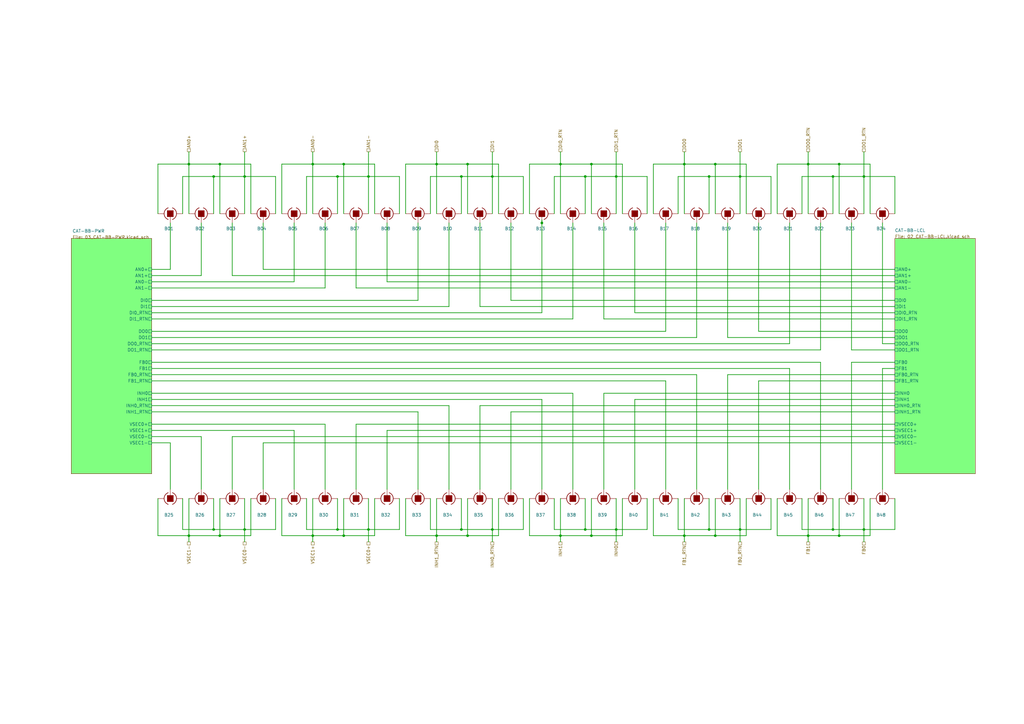
<source format=kicad_sch>
(kicad_sch (version 20211123) (generator eeschema)
  (paper "A3")
  (title_block (title "CAT-Modular Breadboard Breakout Board") (date "16.12.2021") (rev "0.1") (company "DLR e.V. Robert-Hooke Str. 7 28359 Bremen") (comment 1 "C. Strowik"))
  (lib_symbols
    (symbol "05_CAT-BB-CFG-altium-import:0_0603_TripleSolderBridge"
      (property "Value" "0_0603_TripleSolderBridge" (at 0 0 0))
      (symbol "0_0603_TripleSolderBridge_1_0"
        (arc (start -0.8687 2.3868) (mid -2.54 0) (end -0.8687 -2.3868) (stroke (width 0.254)))
        (arc (start 0.8687 -2.3868) (mid 2.54 0) (end 0.8687 2.3868) (stroke (width 0.254)))
        (rectangle (start 1.27 1.27) (end -1.27 -1.27) (fill (type outline)))
        (pin passive line (at 0 3.81 270) (length 2.54) (name "1") (number "1"))
        (pin passive line (at 5.08 0 180) (length 2.54) (name "2") (number "2"))
        (pin passive line (at -5.08 0 0) (length 2.54) (name "3") (number "3"))
      )
    )
    (symbol "05_CAT-BB-CFG-altium-import:2_0603_TripleSolderBridge"
      (property "Value" "2_0603_TripleSolderBridge" (at 0 0 0))
      (symbol "2_0603_TripleSolderBridge_1_0"
        (arc (start -0.8687 2.3868) (mid -2.54 0) (end -0.8687 -2.3868) (stroke (width 0.254)))
        (arc (start 0.8687 -2.3868) (mid 2.54 0) (end 0.8687 2.3868) (stroke (width 0.254)))
        (rectangle (start 1.27 1.27) (end -1.27 -1.27) (fill (type outline)))
        (pin passive line (at 0 -3.81 90) (length 2.54) (name "1") (number "1"))
        (pin passive line (at -5.08 0 0) (length 2.54) (name "2") (number "2"))
        (pin passive line (at 5.08 0 180) (length 2.54) (name "3") (number "3"))
      )
    )
  )
  (junction (at 290.83 217.17))
  (junction (at 87.63 217.17))
  (junction (at 341.63 72.39))
  (junction (at 100.33 217.17))
  (junction (at 189.23 72.39))
  (junction (at 90.17 219.71))
  (junction (at 138.43 217.17))
  (junction (at 191.77 67.31))
  (junction (at 229.87 67.31))
  (junction (at 242.57 219.71))
  (junction (at 331.47 67.31))
  (junction (at 240.03 72.39))
  (junction (at 90.17 67.31))
  (junction (at 179.07 219.71))
  (junction (at 344.17 67.31))
  (junction (at 151.13 217.17))
  (junction (at 201.93 72.39))
  (junction (at 293.37 67.31))
  (junction (at 331.47 219.71))
  (junction (at 140.97 67.31))
  (junction (at 201.93 217.17))
  (junction (at 100.33 72.39))
  (junction (at 229.87 219.71))
  (junction (at 354.33 217.17))
  (junction (at 87.63 72.39))
  (junction (at 240.03 217.17))
  (junction (at 303.53 72.39))
  (junction (at 293.37 219.71))
  (junction (at 341.63 217.17))
  (junction (at 77.47 219.71))
  (junction (at 252.73 217.17))
  (junction (at 280.67 67.31))
  (junction (at 189.23 217.17))
  (junction (at 77.47 67.31))
  (junction (at 252.73 72.39))
  (junction (at 354.33 72.39))
  (junction (at 151.13 72.39))
  (junction (at 191.77 219.71))
  (junction (at 128.27 67.31))
  (junction (at 222.25 91.44))
  (junction (at 179.07 67.31))
  (junction (at 242.57 67.31))
  (junction (at 140.97 219.71))
  (junction (at 128.27 219.71))
  (junction (at 344.17 219.71))
  (junction (at 290.83 72.39))
  (junction (at 138.43 72.39))
  (junction (at 280.67 219.71))
  (junction (at 303.53 217.17))
  (wire (pts (xy 222.25 90.17) (xy 222.25 91.44)) (stroke (width 0.254)))
  (wire (pts (xy 247.65 161.29) (xy 367.03 161.29)) (stroke (width 0.254)))
  (wire (pts (xy 128.27 62.23) (xy 128.27 67.31)) (stroke (width 0.254)))
  (wire (pts (xy 74.93 217.17) (xy 74.93 204.47)) (stroke (width 0.254)))
  (wire (pts (xy 356.87 67.31) (xy 356.87 87.63)) (stroke (width 0.254)))
  (wire (pts (xy 77.47 67.31) (xy 64.77 67.31)) (stroke (width 0.254)))
  (wire (pts (xy 349.25 148.59) (xy 367.03 148.59)) (stroke (width 0.254)))
  (wire (pts (xy 222.25 128.27) (xy 62.23 128.27)) (stroke (width 0.254)))
  (wire (pts (xy 62.23 113.03) (xy 82.55 113.03)) (stroke (width 0.254)))
  (wire (pts (xy 196.85 91.44) (xy 196.85 125.73)) (stroke (width 0.254)))
  (wire (pts (xy 229.87 219.71) (xy 229.87 204.47)) (stroke (width 0.254)))
  (wire (pts (xy 184.15 166.37) (xy 62.23 166.37)) (stroke (width 0.254)))
  (wire (pts (xy 184.15 200.66) (xy 184.15 166.37)) (stroke (width 0.254)))
  (wire (pts (xy 95.25 200.66) (xy 95.25 179.07)) (stroke (width 0.254)))
  (wire (pts (xy 328.93 217.17) (xy 328.93 204.47)) (stroke (width 0.254)))
  (wire (pts (xy 151.13 217.17) (xy 138.43 217.17)) (stroke (width 0.254)))
  (wire (pts (xy 128.27 219.71) (xy 140.97 219.71)) (stroke (width 0.254)))
  (wire (pts (xy 354.33 222.25) (xy 354.33 217.17)) (stroke (width 0.254)))
  (wire (pts (xy 201.93 217.17) (xy 214.63 217.17)) (stroke (width 0.254)))
  (wire (pts (xy 265.43 217.17) (xy 265.43 204.47)) (stroke (width 0.254)))
  (wire (pts (xy 115.57 67.31) (xy 115.57 87.63)) (stroke (width 0.254)))
  (wire (pts (xy 367.03 168.91) (xy 209.55 168.91)) (stroke (width 0.254)))
  (wire (pts (xy 303.53 217.17) (xy 316.23 217.17)) (stroke (width 0.254)))
  (wire (pts (xy 214.63 217.17) (xy 214.63 204.47)) (stroke (width 0.254)))
  (wire (pts (xy 102.87 219.71) (xy 102.87 204.47)) (stroke (width 0.254)))
  (wire (pts (xy 252.73 217.17) (xy 252.73 204.47)) (stroke (width 0.254)))
  (wire (pts (xy 273.05 91.44) (xy 273.05 135.89)) (stroke (width 0.254)))
  (wire (pts (xy 138.43 217.17) (xy 125.73 217.17)) (stroke (width 0.254)))
  (wire (pts (xy 209.55 168.91) (xy 209.55 200.66)) (stroke (width 0.254)))
  (wire (pts (xy 293.37 67.31) (xy 306.07 67.31)) (stroke (width 0.254)))
  (wire (pts (xy 298.45 138.43) (xy 367.03 138.43)) (stroke (width 0.254)))
  (wire (pts (xy 62.23 148.59) (xy 336.55 148.59)) (stroke (width 0.254)))
  (wire (pts (xy 229.87 219.71) (xy 217.17 219.71)) (stroke (width 0.254)))
  (wire (pts (xy 95.25 113.03) (xy 95.25 91.44)) (stroke (width 0.254)))
  (wire (pts (xy 252.73 62.23) (xy 252.73 72.39)) (stroke (width 0.254)))
  (wire (pts (xy 179.07 62.23) (xy 179.07 67.31)) (stroke (width 0.254)))
  (wire (pts (xy 285.75 138.43) (xy 62.23 138.43)) (stroke (width 0.254)))
  (wire (pts (xy 217.17 67.31) (xy 217.17 87.63)) (stroke (width 0.254)))
  (wire (pts (xy 242.57 67.31) (xy 255.27 67.31)) (stroke (width 0.254)))
  (wire (pts (xy 280.67 222.25) (xy 280.67 219.71)) (stroke (width 0.254)))
  (wire (pts (xy 138.43 72.39) (xy 125.73 72.39)) (stroke (width 0.254)))
  (wire (pts (xy 151.13 72.39) (xy 138.43 72.39)) (stroke (width 0.254)))
  (wire (pts (xy 293.37 219.71) (xy 306.07 219.71)) (stroke (width 0.254)))
  (wire (pts (xy 367.03 181.61) (xy 107.95 181.61)) (stroke (width 0.254)))
  (wire (pts (xy 158.75 91.44) (xy 158.75 115.57)) (stroke (width 0.254)))
  (wire (pts (xy 354.33 217.17) (xy 341.63 217.17)) (stroke (width 0.254)))
  (wire (pts (xy 146.05 173.99) (xy 367.03 173.99)) (stroke (width 0.254)))
  (wire (pts (xy 146.05 118.11) (xy 367.03 118.11)) (stroke (width 0.254)))
  (wire (pts (xy 100.33 72.39) (xy 113.03 72.39)) (stroke (width 0.254)))
  (wire (pts (xy 222.25 163.83) (xy 62.23 163.83)) (stroke (width 0.254)))
  (wire (pts (xy 100.33 62.23) (xy 100.33 72.39)) (stroke (width 0.254)))
  (wire (pts (xy 176.53 72.39) (xy 176.53 87.63)) (stroke (width 0.254)))
  (wire (pts (xy 77.47 219.71) (xy 64.77 219.71)) (stroke (width 0.254)))
  (wire (pts (xy 265.43 72.39) (xy 265.43 87.63)) (stroke (width 0.254)))
  (wire (pts (xy 234.95 161.29) (xy 234.95 200.66)) (stroke (width 0.254)))
  (wire (pts (xy 331.47 67.31) (xy 318.77 67.31)) (stroke (width 0.254)))
  (wire (pts (xy 229.87 67.31) (xy 217.17 67.31)) (stroke (width 0.254)))
  (wire (pts (xy 62.23 161.29) (xy 234.95 161.29)) (stroke (width 0.254)))
  (wire (pts (xy 201.93 72.39) (xy 214.63 72.39)) (stroke (width 0.254)))
  (wire (pts (xy 311.15 135.89) (xy 367.03 135.89)) (stroke (width 0.254)))
  (wire (pts (xy 62.23 143.51) (xy 336.55 143.51)) (stroke (width 0.254)))
  (wire (pts (xy 303.53 217.17) (xy 303.53 204.47)) (stroke (width 0.254)))
  (wire (pts (xy 64.77 219.71) (xy 64.77 204.47)) (stroke (width 0.254)))
  (wire (pts (xy 191.77 219.71) (xy 191.77 204.47)) (stroke (width 0.254)))
  (wire (pts (xy 341.63 217.17) (xy 341.63 204.47)) (stroke (width 0.254)))
  (wire (pts (xy 278.13 217.17) (xy 278.13 204.47)) (stroke (width 0.254)))
  (wire (pts (xy 354.33 72.39) (xy 367.03 72.39)) (stroke (width 0.254)))
  (wire (pts (xy 107.95 91.44) (xy 107.95 110.49)) (stroke (width 0.254)))
  (wire (pts (xy 62.23 179.07) (xy 82.55 179.07)) (stroke (width 0.254)))
  (wire (pts (xy 196.85 200.66) (xy 196.85 166.37)) (stroke (width 0.254)))
  (wire (pts (xy 303.53 72.39) (xy 303.53 87.63)) (stroke (width 0.254)))
  (wire (pts (xy 120.65 115.57) (xy 62.23 115.57)) (stroke (width 0.254)))
  (wire (pts (xy 201.93 222.25) (xy 201.93 217.17)) (stroke (width 0.254)))
  (wire (pts (xy 367.03 217.17) (xy 367.03 204.47)) (stroke (width 0.254)))
  (wire (pts (xy 252.73 217.17) (xy 240.03 217.17)) (stroke (width 0.254)))
  (wire (pts (xy 90.17 219.71) (xy 90.17 204.47)) (stroke (width 0.254)))
  (wire (pts (xy 323.85 91.44) (xy 323.85 140.97)) (stroke (width 0.254)))
  (wire (pts (xy 298.45 200.66) (xy 298.45 153.67)) (stroke (width 0.254)))
  (wire (pts (xy 184.15 91.44) (xy 184.15 125.73)) (stroke (width 0.254)))
  (wire (pts (xy 280.67 219.71) (xy 267.97 219.71)) (stroke (width 0.254)))
  (wire (pts (xy 255.27 67.31) (xy 255.27 87.63)) (stroke (width 0.254)))
  (wire (pts (xy 234.95 130.81) (xy 62.23 130.81)) (stroke (width 0.254)))
  (wire (pts (xy 158.75 115.57) (xy 367.03 115.57)) (stroke (width 0.254)))
  (wire (pts (xy 201.93 217.17) (xy 201.93 204.47)) (stroke (width 0.254)))
  (wire (pts (xy 367.03 113.03) (xy 95.25 113.03)) (stroke (width 0.254)))
  (wire (pts (xy 128.27 219.71) (xy 128.27 204.47)) (stroke (width 0.254)))
  (wire (pts (xy 240.03 72.39) (xy 227.33 72.39)) (stroke (width 0.254)))
  (wire (pts (xy 184.15 125.73) (xy 62.23 125.73)) (stroke (width 0.254)))
  (wire (pts (xy 298.45 153.67) (xy 367.03 153.67)) (stroke (width 0.254)))
  (wire (pts (xy 280.67 62.23) (xy 280.67 67.31)) (stroke (width 0.254)))
  (wire (pts (xy 153.67 219.71) (xy 153.67 204.47)) (stroke (width 0.254)))
  (wire (pts (xy 229.87 67.31) (xy 229.87 87.63)) (stroke (width 0.254)))
  (wire (pts (xy 171.45 91.44) (xy 171.45 123.19)) (stroke (width 0.254)))
  (wire (pts (xy 62.23 110.49) (xy 69.85 110.49)) (stroke (width 0.254)))
  (wire (pts (xy 179.07 67.31) (xy 166.37 67.31)) (stroke (width 0.254)))
  (wire (pts (xy 69.85 110.49) (xy 69.85 91.44)) (stroke (width 0.254)))
  (wire (pts (xy 331.47 219.71) (xy 318.77 219.71)) (stroke (width 0.254)))
  (wire (pts (xy 151.13 217.17) (xy 163.83 217.17)) (stroke (width 0.254)))
  (wire (pts (xy 280.67 219.71) (xy 280.67 204.47)) (stroke (width 0.254)))
  (wire (pts (xy 133.35 173.99) (xy 133.35 200.66)) (stroke (width 0.254)))
  (wire (pts (xy 166.37 219.71) (xy 166.37 204.47)) (stroke (width 0.254)))
  (wire (pts (xy 252.73 72.39) (xy 252.73 87.63)) (stroke (width 0.254)))
  (wire (pts (xy 179.07 219.71) (xy 191.77 219.71)) (stroke (width 0.254)))
  (wire (pts (xy 100.33 217.17) (xy 113.03 217.17)) (stroke (width 0.254)))
  (wire (pts (xy 323.85 140.97) (xy 62.23 140.97)) (stroke (width 0.254)))
  (wire (pts (xy 303.53 62.23) (xy 303.53 72.39)) (stroke (width 0.254)))
  (wire (pts (xy 113.03 217.17) (xy 113.03 204.47)) (stroke (width 0.254)))
  (wire (pts (xy 201.93 62.23) (xy 201.93 72.39)) (stroke (width 0.254)))
  (wire (pts (xy 140.97 67.31) (xy 140.97 87.63)) (stroke (width 0.254)))
  (wire (pts (xy 354.33 62.23) (xy 354.33 72.39)) (stroke (width 0.254)))
  (wire (pts (xy 128.27 67.31) (xy 140.97 67.31)) (stroke (width 0.254)))
  (wire (pts (xy 201.93 72.39) (xy 201.93 87.63)) (stroke (width 0.254)))
  (wire (pts (xy 331.47 222.25) (xy 331.47 219.71)) (stroke (width 0.254)))
  (wire (pts (xy 69.85 200.66) (xy 69.85 181.61)) (stroke (width 0.254)))
  (wire (pts (xy 191.77 67.31) (xy 204.47 67.31)) (stroke (width 0.254)))
  (wire (pts (xy 151.13 72.39) (xy 163.83 72.39)) (stroke (width 0.254)))
  (wire (pts (xy 90.17 67.31) (xy 90.17 87.63)) (stroke (width 0.254)))
  (wire (pts (xy 361.95 91.44) (xy 361.95 140.97)) (stroke (width 0.254)))
  (wire (pts (xy 176.53 217.17) (xy 176.53 204.47)) (stroke (width 0.254)))
  (wire (pts (xy 285.75 91.44) (xy 285.75 138.43)) (stroke (width 0.254)))
  (wire (pts (xy 240.03 217.17) (xy 227.33 217.17)) (stroke (width 0.254)))
  (wire (pts (xy 273.05 156.21) (xy 62.23 156.21)) (stroke (width 0.254)))
  (wire (pts (xy 77.47 62.23) (xy 77.47 67.31)) (stroke (width 0.254)))
  (wire (pts (xy 74.93 72.39) (xy 74.93 87.63)) (stroke (width 0.254)))
  (wire (pts (xy 214.63 72.39) (xy 214.63 87.63)) (stroke (width 0.254)))
  (wire (pts (xy 331.47 219.71) (xy 344.17 219.71)) (stroke (width 0.254)))
  (wire (pts (xy 229.87 219.71) (xy 242.57 219.71)) (stroke (width 0.254)))
  (wire (pts (xy 293.37 219.71) (xy 293.37 204.47)) (stroke (width 0.254)))
  (wire (pts (xy 201.93 72.39) (xy 189.23 72.39)) (stroke (width 0.254)))
  (wire (pts (xy 298.45 91.44) (xy 298.45 138.43)) (stroke (width 0.254)))
  (wire (pts (xy 323.85 151.13) (xy 62.23 151.13)) (stroke (width 0.254)))
  (wire (pts (xy 242.57 67.31) (xy 242.57 87.63)) (stroke (width 0.254)))
  (wire (pts (xy 331.47 67.31) (xy 344.17 67.31)) (stroke (width 0.254)))
  (wire (pts (xy 242.57 219.71) (xy 255.27 219.71)) (stroke (width 0.254)))
  (wire (pts (xy 209.55 123.19) (xy 367.03 123.19)) (stroke (width 0.254)))
  (wire (pts (xy 82.55 113.03) (xy 82.55 91.44)) (stroke (width 0.254)))
  (wire (pts (xy 356.87 219.71) (xy 356.87 204.47)) (stroke (width 0.254)))
  (wire (pts (xy 171.45 123.19) (xy 62.23 123.19)) (stroke (width 0.254)))
  (wire (pts (xy 354.33 217.17) (xy 367.03 217.17)) (stroke (width 0.254)))
  (wire (pts (xy 280.67 219.71) (xy 293.37 219.71)) (stroke (width 0.254)))
  (wire (pts (xy 100.33 217.17) (xy 87.63 217.17)) (stroke (width 0.254)))
  (wire (pts (xy 189.23 217.17) (xy 189.23 204.47)) (stroke (width 0.254)))
  (wire (pts (xy 331.47 62.23) (xy 331.47 67.31)) (stroke (width 0.254)))
  (wire (pts (xy 90.17 219.71) (xy 102.87 219.71)) (stroke (width 0.254)))
  (wire (pts (xy 290.83 217.17) (xy 278.13 217.17)) (stroke (width 0.254)))
  (wire (pts (xy 64.77 67.31) (xy 64.77 87.63)) (stroke (width 0.254)))
  (wire (pts (xy 128.27 222.25) (xy 128.27 219.71)) (stroke (width 0.254)))
  (wire (pts (xy 100.33 72.39) (xy 87.63 72.39)) (stroke (width 0.254)))
  (wire (pts (xy 95.25 179.07) (xy 367.03 179.07)) (stroke (width 0.254)))
  (wire (pts (xy 303.53 222.25) (xy 303.53 217.17)) (stroke (width 0.254)))
  (wire (pts (xy 344.17 219.71) (xy 344.17 204.47)) (stroke (width 0.254)))
  (wire (pts (xy 77.47 219.71) (xy 90.17 219.71)) (stroke (width 0.254)))
  (wire (pts (xy 229.87 62.23) (xy 229.87 67.31)) (stroke (width 0.254)))
  (wire (pts (xy 273.05 200.66) (xy 273.05 156.21)) (stroke (width 0.254)))
  (wire (pts (xy 153.67 67.31) (xy 153.67 87.63)) (stroke (width 0.254)))
  (wire (pts (xy 120.65 176.53) (xy 62.23 176.53)) (stroke (width 0.254)))
  (wire (pts (xy 191.77 219.71) (xy 204.47 219.71)) (stroke (width 0.254)))
  (wire (pts (xy 361.95 200.66) (xy 361.95 151.13)) (stroke (width 0.254)))
  (wire (pts (xy 120.65 91.44) (xy 120.65 115.57)) (stroke (width 0.254)))
  (wire (pts (xy 158.75 176.53) (xy 158.75 200.66)) (stroke (width 0.254)))
  (wire (pts (xy 267.97 67.31) (xy 267.97 87.63)) (stroke (width 0.254)))
  (wire (pts (xy 336.55 143.51) (xy 336.55 91.44)) (stroke (width 0.254)))
  (wire (pts (xy 87.63 217.17) (xy 74.93 217.17)) (stroke (width 0.254)))
  (wire (pts (xy 113.03 72.39) (xy 113.03 87.63)) (stroke (width 0.254)))
  (wire (pts (xy 240.03 217.17) (xy 240.03 204.47)) (stroke (width 0.254)))
  (wire (pts (xy 361.95 151.13) (xy 367.03 151.13)) (stroke (width 0.254)))
  (wire (pts (xy 77.47 219.71) (xy 77.47 204.47)) (stroke (width 0.254)))
  (wire (pts (xy 341.63 217.17) (xy 328.93 217.17)) (stroke (width 0.254)))
  (wire (pts (xy 189.23 72.39) (xy 189.23 87.63)) (stroke (width 0.254)))
  (wire (pts (xy 290.83 217.17) (xy 290.83 204.47)) (stroke (width 0.254)))
  (wire (pts (xy 151.13 217.17) (xy 151.13 204.47)) (stroke (width 0.254)))
  (wire (pts (xy 349.25 200.66) (xy 349.25 148.59)) (stroke (width 0.254)))
  (wire (pts (xy 280.67 67.31) (xy 280.67 87.63)) (stroke (width 0.254)))
  (wire (pts (xy 252.73 72.39) (xy 265.43 72.39)) (stroke (width 0.254)))
  (wire (pts (xy 318.77 219.71) (xy 318.77 204.47)) (stroke (width 0.254)))
  (wire (pts (xy 209.55 91.44) (xy 209.55 123.19)) (stroke (width 0.254)))
  (wire (pts (xy 247.65 200.66) (xy 247.65 161.29)) (stroke (width 0.254)))
  (wire (pts (xy 115.57 219.71) (xy 115.57 204.47)) (stroke (width 0.254)))
  (wire (pts (xy 100.33 222.25) (xy 100.33 217.17)) (stroke (width 0.254)))
  (wire (pts (xy 260.35 200.66) (xy 260.35 163.83)) (stroke (width 0.254)))
  (wire (pts (xy 367.03 176.53) (xy 158.75 176.53)) (stroke (width 0.254)))
  (wire (pts (xy 107.95 110.49) (xy 367.03 110.49)) (stroke (width 0.254)))
  (wire (pts (xy 273.05 135.89) (xy 62.23 135.89)) (stroke (width 0.254)))
  (wire (pts (xy 179.07 222.25) (xy 179.07 219.71)) (stroke (width 0.254)))
  (wire (pts (xy 163.83 217.17) (xy 163.83 204.47)) (stroke (width 0.254)))
  (wire (pts (xy 354.33 72.39) (xy 354.33 87.63)) (stroke (width 0.254)))
  (wire (pts (xy 306.07 67.31) (xy 306.07 87.63)) (stroke (width 0.254)))
  (wire (pts (xy 252.73 222.25) (xy 252.73 217.17)) (stroke (width 0.254)))
  (wire (pts (xy 278.13 72.39) (xy 278.13 87.63)) (stroke (width 0.254)))
  (wire (pts (xy 260.35 91.44) (xy 260.35 128.27)) (stroke (width 0.254)))
  (wire (pts (xy 331.47 67.31) (xy 331.47 87.63)) (stroke (width 0.254)))
  (wire (pts (xy 260.35 128.27) (xy 367.03 128.27)) (stroke (width 0.254)))
  (wire (pts (xy 140.97 219.71) (xy 153.67 219.71)) (stroke (width 0.254)))
  (wire (pts (xy 146.05 200.66) (xy 146.05 173.99)) (stroke (width 0.254)))
  (wire (pts (xy 255.27 219.71) (xy 255.27 204.47)) (stroke (width 0.254)))
  (wire (pts (xy 227.33 217.17) (xy 227.33 204.47)) (stroke (width 0.254)))
  (wire (pts (xy 179.07 219.71) (xy 166.37 219.71)) (stroke (width 0.254)))
  (wire (pts (xy 69.85 181.61) (xy 62.23 181.61)) (stroke (width 0.254)))
  (wire (pts (xy 87.63 72.39) (xy 74.93 72.39)) (stroke (width 0.254)))
  (wire (pts (xy 252.73 217.17) (xy 265.43 217.17)) (stroke (width 0.254)))
  (wire (pts (xy 227.33 72.39) (xy 227.33 87.63)) (stroke (width 0.254)))
  (wire (pts (xy 341.63 72.39) (xy 341.63 87.63)) (stroke (width 0.254)))
  (wire (pts (xy 179.07 219.71) (xy 179.07 204.47)) (stroke (width 0.254)))
  (wire (pts (xy 87.63 72.39) (xy 87.63 87.63)) (stroke (width 0.254)))
  (wire (pts (xy 179.07 67.31) (xy 191.77 67.31)) (stroke (width 0.254)))
  (wire (pts (xy 189.23 217.17) (xy 176.53 217.17)) (stroke (width 0.254)))
  (wire (pts (xy 128.27 67.31) (xy 115.57 67.31)) (stroke (width 0.254)))
  (wire (pts (xy 151.13 62.23) (xy 151.13 72.39)) (stroke (width 0.254)))
  (wire (pts (xy 344.17 219.71) (xy 356.87 219.71)) (stroke (width 0.254)))
  (wire (pts (xy 204.47 219.71) (xy 204.47 204.47)) (stroke (width 0.254)))
  (wire (pts (xy 138.43 217.17) (xy 138.43 204.47)) (stroke (width 0.254)))
  (wire (pts (xy 260.35 163.83) (xy 367.03 163.83)) (stroke (width 0.254)))
  (wire (pts (xy 204.47 67.31) (xy 204.47 87.63)) (stroke (width 0.254)))
  (wire (pts (xy 102.87 67.31) (xy 102.87 87.63)) (stroke (width 0.254)))
  (wire (pts (xy 303.53 72.39) (xy 316.23 72.39)) (stroke (width 0.254)))
  (wire (pts (xy 290.83 72.39) (xy 290.83 87.63)) (stroke (width 0.254)))
  (wire (pts (xy 120.65 200.66) (xy 120.65 176.53)) (stroke (width 0.254)))
  (wire (pts (xy 293.37 67.31) (xy 293.37 87.63)) (stroke (width 0.254)))
  (wire (pts (xy 128.27 87.63) (xy 128.27 67.31)) (stroke (width 0.254)))
  (wire (pts (xy 62.23 173.99) (xy 133.35 173.99)) (stroke (width 0.254)))
  (wire (pts (xy 341.63 72.39) (xy 328.93 72.39)) (stroke (width 0.254)))
  (wire (pts (xy 247.65 91.44) (xy 247.65 130.81)) (stroke (width 0.254)))
  (wire (pts (xy 133.35 91.44) (xy 133.35 118.11)) (stroke (width 0.254)))
  (wire (pts (xy 290.83 72.39) (xy 278.13 72.39)) (stroke (width 0.254)))
  (wire (pts (xy 77.47 67.31) (xy 90.17 67.31)) (stroke (width 0.254)))
  (wire (pts (xy 267.97 219.71) (xy 267.97 204.47)) (stroke (width 0.254)))
  (wire (pts (xy 201.93 217.17) (xy 189.23 217.17)) (stroke (width 0.254)))
  (wire (pts (xy 306.07 219.71) (xy 306.07 204.47)) (stroke (width 0.254)))
  (wire (pts (xy 140.97 67.31) (xy 153.67 67.31)) (stroke (width 0.254)))
  (wire (pts (xy 222.25 200.66) (xy 222.25 163.83)) (stroke (width 0.254)))
  (wire (pts (xy 328.93 72.39) (xy 328.93 87.63)) (stroke (width 0.254)))
  (wire (pts (xy 229.87 67.31) (xy 242.57 67.31)) (stroke (width 0.254)))
  (wire (pts (xy 349.25 143.51) (xy 367.03 143.51)) (stroke (width 0.254)))
  (wire (pts (xy 107.95 181.61) (xy 107.95 200.66)) (stroke (width 0.254)))
  (wire (pts (xy 128.27 219.71) (xy 115.57 219.71)) (stroke (width 0.254)))
  (wire (pts (xy 171.45 168.91) (xy 62.23 168.91)) (stroke (width 0.254)))
  (wire (pts (xy 62.23 153.67) (xy 285.75 153.67)) (stroke (width 0.254)))
  (wire (pts (xy 316.23 217.17) (xy 316.23 204.47)) (stroke (width 0.254)))
  (wire (pts (xy 179.07 67.31) (xy 179.07 87.63)) (stroke (width 0.254)))
  (wire (pts (xy 166.37 67.31) (xy 166.37 87.63)) (stroke (width 0.254)))
  (wire (pts (xy 240.03 72.39) (xy 240.03 87.63)) (stroke (width 0.254)))
  (wire (pts (xy 336.55 148.59) (xy 336.55 200.66)) (stroke (width 0.254)))
  (wire (pts (xy 87.63 217.17) (xy 87.63 204.47)) (stroke (width 0.254)))
  (wire (pts (xy 222.25 91.44) (xy 222.25 128.27)) (stroke (width 0.254)))
  (wire (pts (xy 234.95 91.44) (xy 234.95 130.81)) (stroke (width 0.254)))
  (wire (pts (xy 189.23 72.39) (xy 176.53 72.39)) (stroke (width 0.254)))
  (wire (pts (xy 252.73 72.39) (xy 240.03 72.39)) (stroke (width 0.254)))
  (wire (pts (xy 361.95 140.97) (xy 367.03 140.97)) (stroke (width 0.254)))
  (wire (pts (xy 318.77 67.31) (xy 318.77 87.63)) (stroke (width 0.254)))
  (wire (pts (xy 354.33 217.17) (xy 354.33 204.47)) (stroke (width 0.254)))
  (wire (pts (xy 151.13 222.25) (xy 151.13 217.17)) (stroke (width 0.254)))
  (wire (pts (xy 311.15 200.66) (xy 311.15 156.21)) (stroke (width 0.254)))
  (wire (pts (xy 77.47 222.25) (xy 77.47 219.71)) (stroke (width 0.254)))
  (wire (pts (xy 125.73 217.17) (xy 125.73 204.47)) (stroke (width 0.254)))
  (wire (pts (xy 354.33 72.39) (xy 341.63 72.39)) (stroke (width 0.254)))
  (wire (pts (xy 196.85 166.37) (xy 367.03 166.37)) (stroke (width 0.254)))
  (wire (pts (xy 331.47 219.71) (xy 331.47 204.47)) (stroke (width 0.254)))
  (wire (pts (xy 280.67 67.31) (xy 293.37 67.31)) (stroke (width 0.254)))
  (wire (pts (xy 140.97 219.71) (xy 140.97 204.47)) (stroke (width 0.254)))
  (wire (pts (xy 196.85 125.73) (xy 367.03 125.73)) (stroke (width 0.254)))
  (wire (pts (xy 367.03 72.39) (xy 367.03 87.63)) (stroke (width 0.254)))
  (wire (pts (xy 311.15 91.44) (xy 311.15 135.89)) (stroke (width 0.254)))
  (wire (pts (xy 77.47 67.31) (xy 77.47 87.63)) (stroke (width 0.254)))
  (wire (pts (xy 171.45 200.66) (xy 171.45 168.91)) (stroke (width 0.254)))
  (wire (pts (xy 323.85 200.66) (xy 323.85 151.13)) (stroke (width 0.254)))
  (wire (pts (xy 191.77 67.31) (xy 191.77 87.63)) (stroke (width 0.254)))
  (wire (pts (xy 125.73 72.39) (xy 125.73 87.63)) (stroke (width 0.254)))
  (wire (pts (xy 280.67 67.31) (xy 267.97 67.31)) (stroke (width 0.254)))
  (wire (pts (xy 163.83 72.39) (xy 163.83 87.63)) (stroke (width 0.254)))
  (wire (pts (xy 151.13 72.39) (xy 151.13 87.63)) (stroke (width 0.254)))
  (wire (pts (xy 349.25 91.44) (xy 349.25 143.51)) (stroke (width 0.254)))
  (wire (pts (xy 100.33 72.39) (xy 100.33 87.63)) (stroke (width 0.254)))
  (wire (pts (xy 247.65 130.81) (xy 367.03 130.81)) (stroke (width 0.254)))
  (wire (pts (xy 242.57 219.71) (xy 242.57 204.47)) (stroke (width 0.254)))
  (wire (pts (xy 229.87 222.25) (xy 229.87 219.71)) (stroke (width 0.254)))
  (wire (pts (xy 316.23 72.39) (xy 316.23 87.63)) (stroke (width 0.254)))
  (wire (pts (xy 90.17 67.31) (xy 102.87 67.31)) (stroke (width 0.254)))
  (wire (pts (xy 217.17 219.71) (xy 217.17 204.47)) (stroke (width 0.254)))
  (wire (pts (xy 303.53 217.17) (xy 290.83 217.17)) (stroke (width 0.254)))
  (wire (pts (xy 146.05 91.44) (xy 146.05 118.11)) (stroke (width 0.254)))
  (wire (pts (xy 133.35 118.11) (xy 62.23 118.11)) (stroke (width 0.254)))
  (wire (pts (xy 285.75 153.67) (xy 285.75 200.66)) (stroke (width 0.254)))
  (wire (pts (xy 100.33 217.17) (xy 100.33 204.47)) (stroke (width 0.254)))
  (wire (pts (xy 138.43 72.39) (xy 138.43 87.63)) (stroke (width 0.254)))
  (wire (pts (xy 344.17 67.31) (xy 344.17 87.63)) (stroke (width 0.254)))
  (wire (pts (xy 344.17 67.31) (xy 356.87 67.31)) (stroke (width 0.254)))
  (wire (pts (xy 303.53 72.39) (xy 290.83 72.39)) (stroke (width 0.254)))
  (wire (pts (xy 82.55 179.07) (xy 82.55 200.66)) (stroke (width 0.254)))
  (wire (pts (xy 311.15 156.21) (xy 367.03 156.21)) (stroke (width 0.254)))
  (hierarchical_label "INH1" (shape passive) (at 229.87 222.25 270))
  (hierarchical_label "FB1" (shape passive) (at 331.47 222.25 270))
  (hierarchical_label "DI0_RTN" (shape passive) (at 229.87 62.23 90))
  (hierarchical_label "VSEC0+" (shape passive) (at 151.13 222.25 270))
  (hierarchical_label "AN1+" (shape passive) (at 100.33 62.23 90))
  (hierarchical_label "DO0" (shape passive) (at 280.67 62.23 90))
  (hierarchical_label "INH0" (shape passive) (at 252.73 222.25 270))
  (hierarchical_label "FB1_RTN" (shape passive) (at 280.67 222.25 270))
  (hierarchical_label "DO1_RTN" (shape passive) (at 354.33 62.23 90))
  (hierarchical_label "DI1" (shape passive) (at 201.93 62.23 90))
  (hierarchical_label "VSEC1+" (shape passive) (at 128.27 222.25 270))
  (hierarchical_label "INH0_RTN" (shape passive) (at 201.93 222.25 270))
  (hierarchical_label "DO0_RTN" (shape passive) (at 331.47 62.23 90))
  (hierarchical_label "FB0" (shape passive) (at 354.33 222.25 270))
  (hierarchical_label "AN1-" (shape passive) (at 151.13 62.23 90))
  (hierarchical_label "AN0-" (shape passive) (at 128.27 62.23 90))
  (hierarchical_label "VSEC1-" (shape passive) (at 77.47 222.25 270))
  (hierarchical_label "VSEC0-" (shape passive) (at 100.33 222.25 270))
  (hierarchical_label "DI1_RTN" (shape passive) (at 252.73 62.23 90))
  (hierarchical_label "DO1" (shape passive) (at 303.53 62.23 90))
  (hierarchical_label "DI0" (shape passive) (at 179.07 62.23 90))
  (hierarchical_label "INH1_RTN" (shape passive) (at 179.07 222.25 270))
  (hierarchical_label "FB0_RTN" (shape passive) (at 303.53 222.25 270))
  (hierarchical_label "AN0+" (shape passive) (at 77.47 62.23 90))
  (symbol (lib_id "05_CAT-BB-CFG-altium-import:0_0603_TripleSolderBridge") (at 82.55 204.47 0) (unit 1)
    (property "Reference" "B26" (at 80.01 211.9369 0) (effects (justify left bottom)))
    (property "Value" "0603_TripleSolderBridge" (effects hide))
    (property "Footprint" "footprints:0603_TripleSolderBridge" (effects hide))
  )
  (symbol (lib_id "05_CAT-BB-CFG-altium-import:2_0603_TripleSolderBridge") (at 222.25 87.63 0) (unit 1)
    (property "Reference" "B13" (at 219.71 94.488 0) (effects (justify left bottom)))
    (property "Value" "0603_TripleSolderBridge" (effects hide))
    (property "Footprint" "footprints:0603_TripleSolderBridge" (effects hide))
  )
  (symbol (lib_id "05_CAT-BB-CFG-altium-import:0_0603_TripleSolderBridge") (at 158.75 204.47 0) (unit 1)
    (property "Reference" "B32" (at 156.21 211.9369 0) (effects (justify left bottom)))
    (property "Value" "0603_TripleSolderBridge" (effects hide))
    (property "Footprint" "footprints:0603_TripleSolderBridge" (effects hide))
  )
  (symbol (lib_id "05_CAT-BB-CFG-altium-import:2_0603_TripleSolderBridge") (at 285.75 87.63 0) (unit 1)
    (property "Reference" "B18" (at 283.21 94.488 0) (effects (justify left bottom)))
    (property "Value" "0603_TripleSolderBridge" (effects hide))
    (property "Footprint" "footprints:0603_TripleSolderBridge" (effects hide))
  )
  (symbol (lib_id "05_CAT-BB-CFG-altium-import:2_0603_TripleSolderBridge") (at 158.75 87.63 0) (unit 1)
    (property "Reference" "B08" (at 156.21 94.488 0) (effects (justify left bottom)))
    (property "Value" "0603_TripleSolderBridge" (effects hide))
    (property "Footprint" "footprints:0603_TripleSolderBridge" (effects hide))
  )
  (symbol (lib_id "05_CAT-BB-CFG-altium-import:2_0603_TripleSolderBridge") (at 146.05 87.63 0) (unit 1)
    (property "Reference" "B07" (at 143.51 94.488 0) (effects (justify left bottom)))
    (property "Value" "0603_TripleSolderBridge" (effects hide))
    (property "Footprint" "footprints:0603_TripleSolderBridge" (effects hide))
  )
  (symbol (lib_id "05_CAT-BB-CFG-altium-import:2_0603_TripleSolderBridge") (at 120.65 87.63 0) (unit 1)
    (property "Reference" "B05" (at 118.11 94.488 0) (effects (justify left bottom)))
    (property "Value" "0603_TripleSolderBridge" (effects hide))
    (property "Footprint" "footprints:0603_TripleSolderBridge" (effects hide))
  )
  (symbol (lib_id "05_CAT-BB-CFG-altium-import:2_0603_TripleSolderBridge") (at 184.15 87.63 0) (unit 1)
    (property "Reference" "B10" (at 181.61 94.488 0) (effects (justify left bottom)))
    (property "Value" "0603_TripleSolderBridge" (effects hide))
    (property "Footprint" "footprints:0603_TripleSolderBridge" (effects hide))
  )
  (symbol (lib_id "05_CAT-BB-CFG-altium-import:0_0603_TripleSolderBridge") (at 196.85 204.47 0) (unit 1)
    (property "Reference" "B35" (at 194.31 211.9369 0) (effects (justify left bottom)))
    (property "Value" "0603_TripleSolderBridge" (effects hide))
    (property "Footprint" "footprints:0603_TripleSolderBridge" (effects hide))
  )
  (symbol (lib_id "05_CAT-BB-CFG-altium-import:0_0603_TripleSolderBridge") (at 222.25 204.47 0) (unit 1)
    (property "Reference" "B37" (at 219.71 211.9369 0) (effects (justify left bottom)))
    (property "Value" "0603_TripleSolderBridge" (effects hide))
    (property "Footprint" "footprints:0603_TripleSolderBridge" (effects hide))
  )
  (symbol (lib_id "05_CAT-BB-CFG-altium-import:0_0603_TripleSolderBridge") (at 95.25 204.47 0) (unit 1)
    (property "Reference" "B27" (at 92.71 211.9369 0) (effects (justify left bottom)))
    (property "Value" "0603_TripleSolderBridge" (effects hide))
    (property "Footprint" "footprints:0603_TripleSolderBridge" (effects hide))
  )
  (symbol (lib_id "05_CAT-BB-CFG-altium-import:0_0603_TripleSolderBridge") (at 146.05 204.47 0) (unit 1)
    (property "Reference" "B31" (at 143.51 211.9369 0) (effects (justify left bottom)))
    (property "Value" "0603_TripleSolderBridge" (effects hide))
    (property "Footprint" "footprints:0603_TripleSolderBridge" (effects hide))
  )
  (symbol (lib_id "05_CAT-BB-CFG-altium-import:0_0603_TripleSolderBridge") (at 234.95 204.47 0) (unit 1)
    (property "Reference" "B38" (at 232.41 211.9369 0) (effects (justify left bottom)))
    (property "Value" "0603_TripleSolderBridge" (effects hide))
    (property "Footprint" "footprints:0603_TripleSolderBridge" (effects hide))
  )
  (symbol (lib_id "05_CAT-BB-CFG-altium-import:2_0603_TripleSolderBridge") (at 311.15 87.63 0) (unit 1)
    (property "Reference" "B20" (at 308.61 94.488 0) (effects (justify left bottom)))
    (property "Value" "0603_TripleSolderBridge" (effects hide))
    (property "Footprint" "footprints:0603_TripleSolderBridge" (effects hide))
  )
  (symbol (lib_id "05_CAT-BB-CFG-altium-import:0_0603_TripleSolderBridge") (at 285.75 204.47 0) (unit 1)
    (property "Reference" "B42" (at 283.21 211.9369 0) (effects (justify left bottom)))
    (property "Value" "0603_TripleSolderBridge" (effects hide))
    (property "Footprint" "footprints:0603_TripleSolderBridge" (effects hide))
  )
  (symbol (lib_id "05_CAT-BB-CFG-altium-import:2_0603_TripleSolderBridge") (at 298.45 87.63 0) (unit 1)
    (property "Reference" "B19" (at 295.91 94.488 0) (effects (justify left bottom)))
    (property "Value" "0603_TripleSolderBridge" (effects hide))
    (property "Footprint" "footprints:0603_TripleSolderBridge" (effects hide))
  )
  (symbol (lib_id "05_CAT-BB-CFG-altium-import:0_0603_TripleSolderBridge") (at 171.45 204.47 0) (unit 1)
    (property "Reference" "B33" (at 168.91 211.9369 0) (effects (justify left bottom)))
    (property "Value" "0603_TripleSolderBridge" (effects hide))
    (property "Footprint" "footprints:0603_TripleSolderBridge" (effects hide))
  )
  (symbol (lib_id "05_CAT-BB-CFG-altium-import:2_0603_TripleSolderBridge") (at 234.95 87.63 0) (unit 1)
    (property "Reference" "B14" (at 232.41 94.488 0) (effects (justify left bottom)))
    (property "Value" "0603_TripleSolderBridge" (effects hide))
    (property "Footprint" "footprints:0603_TripleSolderBridge" (effects hide))
  )
  (symbol (lib_id "05_CAT-BB-CFG-altium-import:2_0603_TripleSolderBridge") (at 196.85 87.63 0) (unit 1)
    (property "Reference" "B11" (at 194.31 94.488 0) (effects (justify left bottom)))
    (property "Value" "0603_TripleSolderBridge" (effects hide))
    (property "Footprint" "footprints:0603_TripleSolderBridge" (effects hide))
  )
  (symbol (lib_id "05_CAT-BB-CFG-altium-import:2_0603_TripleSolderBridge") (at 133.35 87.63 0) (unit 1)
    (property "Reference" "B06" (at 130.81 94.488 0) (effects (justify left bottom)))
    (property "Value" "0603_TripleSolderBridge" (effects hide))
    (property "Footprint" "footprints:0603_TripleSolderBridge" (effects hide))
  )
  (symbol (lib_id "05_CAT-BB-CFG-altium-import:2_0603_TripleSolderBridge") (at 247.65 87.63 0) (unit 1)
    (property "Reference" "B15" (at 245.11 94.488 0) (effects (justify left bottom)))
    (property "Value" "0603_TripleSolderBridge" (effects hide))
    (property "Footprint" "footprints:0603_TripleSolderBridge" (effects hide))
  )
  (symbol (lib_id "05_CAT-BB-CFG-altium-import:0_0603_TripleSolderBridge") (at 361.95 204.47 0) (unit 1)
    (property "Reference" "B48" (at 359.41 211.9369 0) (effects (justify left bottom)))
    (property "Value" "0603_TripleSolderBridge" (effects hide))
    (property "Footprint" "footprints:0603_TripleSolderBridge" (effects hide))
  )
  (symbol (lib_id "05_CAT-BB-CFG-altium-import:0_0603_TripleSolderBridge") (at 323.85 204.47 0) (unit 1)
    (property "Reference" "B45" (at 321.31 211.9369 0) (effects (justify left bottom)))
    (property "Value" "0603_TripleSolderBridge" (effects hide))
    (property "Footprint" "footprints:0603_TripleSolderBridge" (effects hide))
  )
  (symbol (lib_id "05_CAT-BB-CFG-altium-import:2_0603_TripleSolderBridge") (at 273.05 87.63 0) (unit 1)
    (property "Reference" "B17" (at 270.51 94.488 0) (effects (justify left bottom)))
    (property "Value" "0603_TripleSolderBridge" (effects hide))
    (property "Footprint" "footprints:0603_TripleSolderBridge" (effects hide))
  )
  (symbol (lib_id "05_CAT-BB-CFG-altium-import:2_0603_TripleSolderBridge") (at 323.85 87.63 0) (unit 1)
    (property "Reference" "B21" (at 321.31 94.488 0) (effects (justify left bottom)))
    (property "Value" "0603_TripleSolderBridge" (effects hide))
    (property "Footprint" "footprints:0603_TripleSolderBridge" (effects hide))
  )
  (symbol (lib_id "05_CAT-BB-CFG-altium-import:2_0603_TripleSolderBridge") (at 361.95 87.63 0) (unit 1)
    (property "Reference" "B24" (at 359.41 94.488 0) (effects (justify left bottom)))
    (property "Value" "0603_TripleSolderBridge" (effects hide))
    (property "Footprint" "footprints:0603_TripleSolderBridge" (effects hide))
  )
  (symbol (lib_id "05_CAT-BB-CFG-altium-import:0_0603_TripleSolderBridge") (at 298.45 204.47 0) (unit 1)
    (property "Reference" "B43" (at 295.91 211.9369 0) (effects (justify left bottom)))
    (property "Value" "0603_TripleSolderBridge" (effects hide))
    (property "Footprint" "footprints:0603_TripleSolderBridge" (effects hide))
  )
  (symbol (lib_id "05_CAT-BB-CFG-altium-import:0_0603_TripleSolderBridge") (at 311.15 204.47 0) (unit 1)
    (property "Reference" "B44" (at 308.61 211.9369 0) (effects (justify left bottom)))
    (property "Value" "0603_TripleSolderBridge" (effects hide))
    (property "Footprint" "footprints:0603_TripleSolderBridge" (effects hide))
  )
  (symbol (lib_id "05_CAT-BB-CFG-altium-import:0_0603_TripleSolderBridge") (at 133.35 204.47 0) (unit 1)
    (property "Reference" "B30" (at 130.81 211.9369 0) (effects (justify left bottom)))
    (property "Value" "0603_TripleSolderBridge" (effects hide))
    (property "Footprint" "footprints:0603_TripleSolderBridge" (effects hide))
  )
  (symbol (lib_id "05_CAT-BB-CFG-altium-import:2_0603_TripleSolderBridge") (at 107.95 87.63 0) (unit 1)
    (property "Reference" "B04" (at 105.41 94.488 0) (effects (justify left bottom)))
    (property "Value" "0603_TripleSolderBridge" (effects hide))
    (property "Footprint" "footprints:0603_TripleSolderBridge" (effects hide))
  )
  (symbol (lib_id "05_CAT-BB-CFG-altium-import:2_0603_TripleSolderBridge") (at 260.35 87.63 0) (unit 1)
    (property "Reference" "B16" (at 257.81 94.488 0) (effects (justify left bottom)))
    (property "Value" "0603_TripleSolderBridge" (effects hide))
    (property "Footprint" "footprints:0603_TripleSolderBridge" (effects hide))
  )
  (symbol (lib_id "05_CAT-BB-CFG-altium-import:0_0603_TripleSolderBridge") (at 107.95 204.47 0) (unit 1)
    (property "Reference" "B28" (at 105.41 211.9369 0) (effects (justify left bottom)))
    (property "Value" "0603_TripleSolderBridge" (effects hide))
    (property "Footprint" "footprints:0603_TripleSolderBridge" (effects hide))
  )
  (symbol (lib_id "05_CAT-BB-CFG-altium-import:2_0603_TripleSolderBridge") (at 336.55 87.63 0) (unit 1)
    (property "Reference" "B22" (at 334.01 94.488 0) (effects (justify left bottom)))
    (property "Value" "0603_TripleSolderBridge" (effects hide))
    (property "Footprint" "footprints:0603_TripleSolderBridge" (effects hide))
  )
  (symbol (lib_id "05_CAT-BB-CFG-altium-import:0_0603_TripleSolderBridge") (at 273.05 204.47 0) (unit 1)
    (property "Reference" "B41" (at 270.51 211.9369 0) (effects (justify left bottom)))
    (property "Value" "0603_TripleSolderBridge" (effects hide))
    (property "Footprint" "footprints:0603_TripleSolderBridge" (effects hide))
  )
  (symbol (lib_id "05_CAT-BB-CFG-altium-import:2_0603_TripleSolderBridge") (at 209.55 87.63 0) (unit 1)
    (property "Reference" "B12" (at 207.01 94.488 0) (effects (justify left bottom)))
    (property "Value" "0603_TripleSolderBridge" (effects hide))
    (property "Footprint" "footprints:0603_TripleSolderBridge" (effects hide))
  )
  (symbol (lib_id "05_CAT-BB-CFG-altium-import:0_0603_TripleSolderBridge") (at 69.85 204.47 0) (unit 1)
    (property "Reference" "B25" (at 67.31 211.9369 0) (effects (justify left bottom)))
    (property "Value" "0603_TripleSolderBridge" (effects hide))
    (property "Footprint" "footprints:0603_TripleSolderBridge" (effects hide))
  )
  (symbol (lib_id "05_CAT-BB-CFG-altium-import:2_0603_TripleSolderBridge") (at 349.25 87.63 0) (unit 1)
    (property "Reference" "B23" (at 346.71 94.488 0) (effects (justify left bottom)))
    (property "Value" "0603_TripleSolderBridge" (effects hide))
    (property "Footprint" "footprints:0603_TripleSolderBridge" (effects hide))
  )
  (symbol (lib_id "05_CAT-BB-CFG-altium-import:0_0603_TripleSolderBridge") (at 260.35 204.47 0) (unit 1)
    (property "Reference" "B40" (at 257.81 211.9369 0) (effects (justify left bottom)))
    (property "Value" "0603_TripleSolderBridge" (effects hide))
    (property "Footprint" "footprints:0603_TripleSolderBridge" (effects hide))
  )
  (symbol (lib_id "05_CAT-BB-CFG-altium-import:0_0603_TripleSolderBridge") (at 349.25 204.47 0) (unit 1)
    (property "Reference" "B47" (at 346.71 211.9369 0) (effects (justify left bottom)))
    (property "Value" "0603_TripleSolderBridge" (effects hide))
    (property "Footprint" "footprints:0603_TripleSolderBridge" (effects hide))
  )
  (symbol (lib_id "05_CAT-BB-CFG-altium-import:0_0603_TripleSolderBridge") (at 209.55 204.47 0) (unit 1)
    (property "Reference" "B36" (at 207.01 211.9369 0) (effects (justify left bottom)))
    (property "Value" "0603_TripleSolderBridge" (effects hide))
    (property "Footprint" "footprints:0603_TripleSolderBridge" (effects hide))
  )
  (symbol (lib_id "05_CAT-BB-CFG-altium-import:2_0603_TripleSolderBridge") (at 82.55 87.63 0) (unit 1)
    (property "Reference" "B02" (at 80.01 94.488 0) (effects (justify left bottom)))
    (property "Value" "0603_TripleSolderBridge" (effects hide))
    (property "Footprint" "footprints:0603_TripleSolderBridge" (effects hide))
  )
  (symbol (lib_id "05_CAT-BB-CFG-altium-import:2_0603_TripleSolderBridge") (at 95.25 87.63 0) (unit 1)
    (property "Reference" "B03" (at 92.71 94.488 0) (effects (justify left bottom)))
    (property "Value" "0603_TripleSolderBridge" (effects hide))
    (property "Footprint" "footprints:0603_TripleSolderBridge" (effects hide))
  )
  (symbol (lib_id "05_CAT-BB-CFG-altium-import:0_0603_TripleSolderBridge") (at 247.65 204.47 0) (unit 1)
    (property "Reference" "B39" (at 245.11 211.9369 0) (effects (justify left bottom)))
    (property "Value" "0603_TripleSolderBridge" (effects hide))
    (property "Footprint" "footprints:0603_TripleSolderBridge" (effects hide))
  )
  (symbol (lib_id "05_CAT-BB-CFG-altium-import:2_0603_TripleSolderBridge") (at 69.85 87.63 0) (unit 1)
    (property "Reference" "B01" (at 67.31 94.488 0) (effects (justify left bottom)))
    (property "Value" "0603_TripleSolderBridge" (effects hide))
    (property "Footprint" "footprints:0603_TripleSolderBridge" (effects hide))
  )
  (symbol (lib_id "05_CAT-BB-CFG-altium-import:0_0603_TripleSolderBridge") (at 184.15 204.47 0) (unit 1)
    (property "Reference" "B34" (at 181.61 211.9369 0) (effects (justify left bottom)))
    (property "Value" "0603_TripleSolderBridge" (effects hide))
    (property "Footprint" "footprints:0603_TripleSolderBridge" (effects hide))
  )
  (symbol (lib_id "05_CAT-BB-CFG-altium-import:2_0603_TripleSolderBridge") (at 171.45 87.63 0) (unit 1)
    (property "Reference" "B09" (at 168.91 94.488 0) (effects (justify left bottom)))
    (property "Value" "0603_TripleSolderBridge" (effects hide))
    (property "Footprint" "footprints:0603_TripleSolderBridge" (effects hide))
  )
  (symbol (lib_id "05_CAT-BB-CFG-altium-import:0_0603_TripleSolderBridge") (at 336.55 204.47 0) (unit 1)
    (property "Reference" "B46" (at 334.01 211.9369 0) (effects (justify left bottom)))
    (property "Value" "0603_TripleSolderBridge" (effects hide))
    (property "Footprint" "footprints:0603_TripleSolderBridge" (effects hide))
  )
  (symbol (lib_id "05_CAT-BB-CFG-altium-import:0_0603_TripleSolderBridge") (at 120.65 204.47 0) (unit 1)
    (property "Reference" "B29" (at 118.11 211.9369 0) (effects (justify left bottom)))
    (property "Value" "0603_TripleSolderBridge" (effects hide))
    (property "Footprint" "footprints:0603_TripleSolderBridge" (effects hide))
  )
  (sheet (at 29.21 97.79) (size 33.02 96.52) (stroke (width 0) (color 128 0 0 1)) (fill (color 128 255 128 1.0000))
    (property "Sheet name" "CAT-BB-PWR" (at 29.718 95.504 0) (effects (justify left bottom)))
    (property "Sheet file" "03_CAT-BB-PWR.kicad_sch" (at 29.718 98.044 0) (effects (justify left bottom)))
    (pin "AN0-" passive (at 62.23 115.57 0))
    (pin "AN0+" passive (at 62.23 110.49 0))
    (pin "DO0_RTN" passive (at 62.23 140.97 0))
    (pin "DO0" passive (at 62.23 135.89 0))
    (pin "DI0" passive (at 62.23 123.19 0))
    (pin "DI0_RTN" passive (at 62.23 128.27 0))
    (pin "INH0" passive (at 62.23 161.29 0))
    (pin "FB0" passive (at 62.23 148.59 0))
    (pin "INH0_RTN" passive (at 62.23 166.37 0))
    (pin "FB0_RTN" passive (at 62.23 153.67 0))
    (pin "VSEC0+" passive (at 62.23 173.99 0))
    (pin "VSEC0-" passive (at 62.23 179.07 0))
    (pin "FB1_RTN" passive (at 62.23 156.21 0))
    (pin "DO1" passive (at 62.23 138.43 0))
    (pin "AN1+" passive (at 62.23 113.03 0))
    (pin "AN1-" passive (at 62.23 118.11 0))
    (pin "DO1_RTN" passive (at 62.23 143.51 0))
    (pin "VSEC1-" passive (at 62.23 181.61 0))
    (pin "VSEC1+" passive (at 62.23 176.53 0))
    (pin "DI1_RTN" passive (at 62.23 130.81 0))
    (pin "INH1" passive (at 62.23 163.83 0))
    (pin "FB1" passive (at 62.23 151.13 0))
    (pin "DI1" passive (at 62.23 125.73 0))
    (pin "INH1_RTN" passive (at 62.23 168.91 0))
  )
  (sheet (at 367.03 97.79) (size 33.02 96.52) (stroke (width 0) (color 128 0 0 1)) (fill (color 128 255 128 1.0000))
    (property "Sheet name" "CAT-BB-LCL" (at 367.03 95.25 0) (effects (justify left bottom)))
    (property "Sheet file" "02_CAT-BB-LCL.kicad_sch" (at 367.03 97.79 0) (effects (justify left bottom)))
    (pin "AN0+" passive (at 367.03 110.49 180))
    (pin "DO0" passive (at 367.03 135.89 180))
    (pin "DO0_RTN" passive (at 367.03 140.97 180))
    (pin "AN0-" passive (at 367.03 115.57 180))
    (pin "DI0" passive (at 367.03 123.19 180))
    (pin "VSEC0+" passive (at 367.03 173.99 180))
    (pin "DI0_RTN" passive (at 367.03 128.27 180))
    (pin "FB0_RTN" passive (at 367.03 153.67 180))
    (pin "INH0" passive (at 367.03 161.29 180))
    (pin "FB0" passive (at 367.03 148.59 180))
    (pin "INH0_RTN" passive (at 367.03 166.37 180))
    (pin "VSEC0-" passive (at 367.03 179.07 180))
    (pin "AN1-" passive (at 367.03 118.11 180))
    (pin "DO1" passive (at 367.03 138.43 180))
    (pin "AN1+" passive (at 367.03 113.03 180))
    (pin "FB1_RTN" passive (at 367.03 156.21 180))
    (pin "VSEC1-" passive (at 367.03 181.61 180))
    (pin "VSEC1+" passive (at 367.03 176.53 180))
    (pin "FB1" passive (at 367.03 151.13 180))
    (pin "INH1" passive (at 367.03 163.83 180))
    (pin "INH1_RTN" passive (at 367.03 168.91 180))
    (pin "DI1_RTN" passive (at 367.03 130.81 180))
    (pin "DI1" passive (at 367.03 125.73 180))
    (pin "DO1_RTN" passive (at 367.03 143.51 180))
  )
)
</source>
